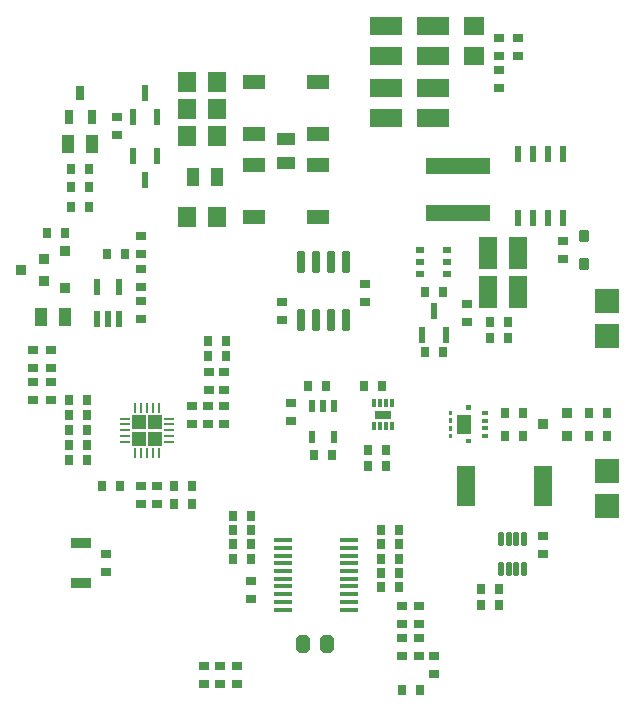
<source format=gbp>
G04*
G04 #@! TF.GenerationSoftware,Altium Limited,Altium Designer,25.4.2 (15)*
G04*
G04 Layer_Color=128*
%FSLAX25Y25*%
%MOIN*%
G70*
G04*
G04 #@! TF.SameCoordinates,B977156D-3F5D-4D44-89CA-F2FD908ED1DE*
G04*
G04*
G04 #@! TF.FilePolarity,Positive*
G04*
G01*
G75*
%ADD27R,0.07874X0.07874*%
%ADD28R,0.01181X0.02756*%
%ADD29R,0.05433X0.03150*%
%ADD30R,0.03500X0.03000*%
%ADD31R,0.03000X0.03500*%
%ADD32R,0.02200X0.05200*%
G04:AMPARAMS|DCode=33|XSize=74.8mil|YSize=23.62mil|CornerRadius=2.95mil|HoleSize=0mil|Usage=FLASHONLY|Rotation=90.000|XOffset=0mil|YOffset=0mil|HoleType=Round|Shape=RoundedRectangle|*
%AMROUNDEDRECTD33*
21,1,0.07480,0.01772,0,0,90.0*
21,1,0.06890,0.02362,0,0,90.0*
1,1,0.00591,0.00886,0.03445*
1,1,0.00591,0.00886,-0.03445*
1,1,0.00591,-0.00886,-0.03445*
1,1,0.00591,-0.00886,0.03445*
%
%ADD33ROUNDEDRECTD33*%
%ADD35R,0.03200X0.01000*%
%ADD36R,0.01000X0.03200*%
%ADD38R,0.01968X0.01378*%
%ADD39R,0.03622X0.03228*%
%ADD40R,0.06299X0.13386*%
G04:AMPARAMS|DCode=41|XSize=47.64mil|YSize=18.9mil|CornerRadius=2.36mil|HoleSize=0mil|Usage=FLASHONLY|Rotation=270.000|XOffset=0mil|YOffset=0mil|HoleType=Round|Shape=RoundedRectangle|*
%AMROUNDEDRECTD41*
21,1,0.04764,0.01417,0,0,270.0*
21,1,0.04291,0.01890,0,0,270.0*
1,1,0.00472,-0.00709,-0.02146*
1,1,0.00472,-0.00709,0.02146*
1,1,0.00472,0.00709,0.02146*
1,1,0.00472,0.00709,-0.02146*
%
%ADD41ROUNDEDRECTD41*%
%ADD42R,0.06772X0.03228*%
G04:AMPARAMS|DCode=43|XSize=45mil|YSize=60mil|CornerRadius=0mil|HoleSize=0mil|Usage=FLASHONLY|Rotation=180.000|XOffset=0mil|YOffset=0mil|HoleType=Round|Shape=Octagon|*
%AMOCTAGOND43*
4,1,8,0.01125,-0.03000,-0.01125,-0.03000,-0.02250,-0.01875,-0.02250,0.01875,-0.01125,0.03000,0.01125,0.03000,0.02250,0.01875,0.02250,-0.01875,0.01125,-0.03000,0.0*
%
%ADD43OCTAGOND43*%

%ADD44R,0.06299X0.01260*%
%ADD45R,0.04000X0.06000*%
%ADD46R,0.03543X0.03740*%
%ADD47R,0.02559X0.04921*%
%ADD48R,0.02362X0.04331*%
%ADD49R,0.02752X0.02000*%
G04:AMPARAMS|DCode=50|XSize=39.37mil|YSize=31.5mil|CornerRadius=3.94mil|HoleSize=0mil|Usage=FLASHONLY|Rotation=270.000|XOffset=0mil|YOffset=0mil|HoleType=Round|Shape=RoundedRectangle|*
%AMROUNDEDRECTD50*
21,1,0.03937,0.02362,0,0,270.0*
21,1,0.03150,0.03150,0,0,270.0*
1,1,0.00787,-0.01181,-0.01575*
1,1,0.00787,-0.01181,0.01575*
1,1,0.00787,0.01181,0.01575*
1,1,0.00787,0.01181,-0.01575*
%
%ADD50ROUNDEDRECTD50*%
%ADD51R,0.02200X0.05750*%
%ADD52R,0.21654X0.05630*%
%ADD53R,0.06000X0.11000*%
%ADD54R,0.07000X0.06000*%
%ADD55R,0.11000X0.06000*%
%ADD56R,0.06000X0.07000*%
%ADD58R,0.06000X0.04000*%
%ADD122R,0.07480X0.04724*%
G36*
X447235Y366502D02*
X445542D01*
Y367998D01*
X447235D01*
Y366502D01*
D02*
G37*
G36*
X441073Y364731D02*
X439892D01*
Y366305D01*
X441073D01*
Y364731D01*
D02*
G37*
G36*
Y362172D02*
X439892D01*
Y363747D01*
X441073D01*
Y362172D01*
D02*
G37*
G36*
X344356Y360094D02*
X339694D01*
Y364756D01*
X344356D01*
Y360094D01*
D02*
G37*
G36*
X338906D02*
X334244D01*
Y364756D01*
X338906D01*
Y360094D01*
D02*
G37*
G36*
X441073Y359613D02*
X439892D01*
Y361187D01*
X441073D01*
Y359613D01*
D02*
G37*
G36*
X447432Y358628D02*
X442510D01*
Y364731D01*
X447432D01*
Y358628D01*
D02*
G37*
G36*
X441073Y357053D02*
X439892D01*
Y358628D01*
X441073D01*
Y357053D01*
D02*
G37*
G36*
X447235Y355361D02*
X445542D01*
Y356857D01*
X447235D01*
Y355361D01*
D02*
G37*
G36*
X344356Y354644D02*
X339694D01*
Y359306D01*
X344356D01*
Y354644D01*
D02*
G37*
G36*
X338906D02*
X334244D01*
Y359306D01*
X338906D01*
Y354644D01*
D02*
G37*
D27*
X492800Y334407D02*
D03*
Y346300D02*
D03*
Y402756D02*
D03*
Y391200D02*
D03*
D28*
X420853Y361028D02*
D03*
X418884D02*
D03*
X416916D02*
D03*
X414947D02*
D03*
Y368823D02*
D03*
X416916D02*
D03*
X418884D02*
D03*
X420853D02*
D03*
D29*
X417900Y364925D02*
D03*
D30*
X424300Y295195D02*
D03*
Y301195D02*
D03*
Y290395D02*
D03*
Y284395D02*
D03*
X434900D02*
D03*
Y278395D02*
D03*
X429900Y295195D02*
D03*
Y301195D02*
D03*
Y290395D02*
D03*
Y284395D02*
D03*
X363800Y281000D02*
D03*
Y275000D02*
D03*
X358161Y281000D02*
D03*
Y275000D02*
D03*
X369439Y281000D02*
D03*
Y275000D02*
D03*
X337332Y413600D02*
D03*
Y407600D02*
D03*
Y424350D02*
D03*
Y418350D02*
D03*
Y396900D02*
D03*
Y402900D02*
D03*
X384400Y396435D02*
D03*
Y402435D02*
D03*
X412100Y408500D02*
D03*
Y402500D02*
D03*
X365000Y379309D02*
D03*
Y373309D02*
D03*
Y361668D02*
D03*
Y367669D02*
D03*
X360000Y379309D02*
D03*
Y373309D02*
D03*
X301200Y380446D02*
D03*
Y386446D02*
D03*
Y369746D02*
D03*
Y375746D02*
D03*
X307200Y380446D02*
D03*
Y386446D02*
D03*
Y369746D02*
D03*
Y375746D02*
D03*
X354350Y367669D02*
D03*
Y361668D02*
D03*
X359755Y367669D02*
D03*
Y361668D02*
D03*
X337332Y335169D02*
D03*
Y341168D02*
D03*
X342737Y335169D02*
D03*
Y341168D02*
D03*
X471400Y318500D02*
D03*
Y324500D02*
D03*
X325700Y318400D02*
D03*
Y312400D02*
D03*
X374000Y309591D02*
D03*
Y303590D02*
D03*
X387400Y362743D02*
D03*
Y368743D02*
D03*
X477900Y422900D02*
D03*
Y416900D02*
D03*
X446100Y401900D02*
D03*
Y395900D02*
D03*
X462914Y484523D02*
D03*
Y490523D02*
D03*
X456656Y484523D02*
D03*
Y490523D02*
D03*
Y473946D02*
D03*
Y479946D02*
D03*
X329400Y464161D02*
D03*
Y458161D02*
D03*
D31*
X424200Y273222D02*
D03*
X430200D02*
D03*
X437823Y385700D02*
D03*
X431823D02*
D03*
X312000Y425500D02*
D03*
X306000D02*
D03*
X486800Y365458D02*
D03*
X492800D02*
D03*
X486800Y357978D02*
D03*
X492800D02*
D03*
X326031Y418350D02*
D03*
X332031D02*
D03*
X365499Y389595D02*
D03*
X359499D02*
D03*
X365499Y384395D02*
D03*
X359499D02*
D03*
X458605Y357841D02*
D03*
X464605D02*
D03*
Y365518D02*
D03*
X458605D02*
D03*
X319250Y364746D02*
D03*
X313250D02*
D03*
X319250Y369746D02*
D03*
X313250D02*
D03*
Y349746D02*
D03*
X319250D02*
D03*
Y354746D02*
D03*
X313250D02*
D03*
X330250Y341168D02*
D03*
X324250D02*
D03*
X348350D02*
D03*
X354350D02*
D03*
Y335169D02*
D03*
X348350D02*
D03*
X319250Y359746D02*
D03*
X313250D02*
D03*
X450627Y306800D02*
D03*
X456627D02*
D03*
X450627Y301400D02*
D03*
X456627D02*
D03*
X368000Y326448D02*
D03*
X374000D02*
D03*
X423400Y307332D02*
D03*
X417400D02*
D03*
X423400Y312113D02*
D03*
X417400D02*
D03*
X423400Y321674D02*
D03*
X417400D02*
D03*
X423400Y326455D02*
D03*
X417400D02*
D03*
X368000Y321655D02*
D03*
X374000D02*
D03*
X368000Y331300D02*
D03*
X374000D02*
D03*
X368000Y316868D02*
D03*
X374000D02*
D03*
X417400Y316894D02*
D03*
X423400D02*
D03*
X418900Y353200D02*
D03*
X412900D02*
D03*
X411506Y374625D02*
D03*
X417506D02*
D03*
X412900Y347900D02*
D03*
X418900D02*
D03*
X320100Y440666D02*
D03*
X314100D02*
D03*
X320100Y434166D02*
D03*
X314100D02*
D03*
Y446916D02*
D03*
X320100D02*
D03*
X400900Y351450D02*
D03*
X394900D02*
D03*
X398900Y374625D02*
D03*
X392900D02*
D03*
X431823Y405800D02*
D03*
X437823D02*
D03*
X453800Y390600D02*
D03*
X459800D02*
D03*
X453800Y395900D02*
D03*
X459800D02*
D03*
D32*
X434823Y399500D02*
D03*
X430823Y391500D02*
D03*
X438823D02*
D03*
X330132Y396800D02*
D03*
X326431D02*
D03*
X322731D02*
D03*
Y407600D02*
D03*
X330132D02*
D03*
X342614Y464161D02*
D03*
X334614D02*
D03*
X338614Y472161D02*
D03*
X334614Y451000D02*
D03*
X342614D02*
D03*
X338614Y443000D02*
D03*
D33*
X405500Y415765D02*
D03*
X400500D02*
D03*
X395500D02*
D03*
X390500D02*
D03*
Y396435D02*
D03*
X395500D02*
D03*
X400500D02*
D03*
X405500D02*
D03*
D35*
X346750Y355763D02*
D03*
Y357732D02*
D03*
Y359700D02*
D03*
Y361668D02*
D03*
Y363637D02*
D03*
X331850D02*
D03*
Y361668D02*
D03*
Y359700D02*
D03*
Y357732D02*
D03*
Y355763D02*
D03*
D36*
X343237Y367150D02*
D03*
X341268D02*
D03*
X339300D02*
D03*
X337332D02*
D03*
X335363D02*
D03*
Y352250D02*
D03*
X337332D02*
D03*
X339300D02*
D03*
X341268D02*
D03*
X343237D02*
D03*
D38*
X451900Y357841D02*
D03*
Y365518D02*
D03*
Y360400D02*
D03*
Y362959D02*
D03*
D39*
X479274Y357978D02*
D03*
Y365458D02*
D03*
X471400Y361718D02*
D03*
X305037Y409460D02*
D03*
Y416940D02*
D03*
X297163Y413200D02*
D03*
D40*
X445810Y341100D02*
D03*
X471400D02*
D03*
D41*
X457336Y323441D02*
D03*
X459895D02*
D03*
X462454D02*
D03*
X465013D02*
D03*
Y313559D02*
D03*
X462454D02*
D03*
X459895D02*
D03*
X457336D02*
D03*
D42*
X317200Y308707D02*
D03*
Y322093D02*
D03*
D43*
X399170Y288400D02*
D03*
X391297D02*
D03*
D44*
X384676Y299984D02*
D03*
Y302543D02*
D03*
Y305102D02*
D03*
Y307661D02*
D03*
Y310221D02*
D03*
Y312779D02*
D03*
Y315339D02*
D03*
Y317898D02*
D03*
Y320457D02*
D03*
Y323016D02*
D03*
X406724D02*
D03*
Y320457D02*
D03*
Y317898D02*
D03*
Y315339D02*
D03*
Y312779D02*
D03*
Y310221D02*
D03*
Y307661D02*
D03*
Y305102D02*
D03*
Y302543D02*
D03*
Y299984D02*
D03*
D45*
X304000Y397400D02*
D03*
X312000D02*
D03*
X321100Y455166D02*
D03*
X313100D02*
D03*
X362809Y444306D02*
D03*
X354809D02*
D03*
D46*
X312000Y419401D02*
D03*
Y406999D02*
D03*
D47*
X320840Y464032D02*
D03*
X313360D02*
D03*
X317100Y472300D02*
D03*
D48*
X394160Y367743D02*
D03*
X397900D02*
D03*
X401640D02*
D03*
Y357507D02*
D03*
X394160D02*
D03*
D49*
X439400Y419700D02*
D03*
Y415759D02*
D03*
Y411818D02*
D03*
X430246D02*
D03*
Y415759D02*
D03*
Y419700D02*
D03*
D50*
X484900Y415176D02*
D03*
Y424624D02*
D03*
D51*
X477900Y451900D02*
D03*
X472900D02*
D03*
X467900D02*
D03*
X462900D02*
D03*
Y430450D02*
D03*
X467900D02*
D03*
X472900D02*
D03*
X477900D02*
D03*
D52*
X442900Y431994D02*
D03*
Y447900D02*
D03*
D53*
X462900Y418700D02*
D03*
X452900D02*
D03*
X462900Y405800D02*
D03*
X452900D02*
D03*
D54*
X448200Y494523D02*
D03*
Y484523D02*
D03*
D55*
X419105Y494523D02*
D03*
Y484523D02*
D03*
X434605Y463946D02*
D03*
Y473946D02*
D03*
Y494523D02*
D03*
Y484523D02*
D03*
X419105Y463946D02*
D03*
Y473946D02*
D03*
D56*
X352810Y430839D02*
D03*
X362809D02*
D03*
Y475723D02*
D03*
X352810D02*
D03*
X362809Y466823D02*
D03*
X352810D02*
D03*
X362809Y457723D02*
D03*
X352810D02*
D03*
D58*
X385700Y456900D02*
D03*
Y448900D02*
D03*
D122*
X396400Y448161D02*
D03*
Y430839D02*
D03*
Y475723D02*
D03*
Y458400D02*
D03*
X375000Y448161D02*
D03*
Y430839D02*
D03*
Y475723D02*
D03*
Y458400D02*
D03*
M02*

</source>
